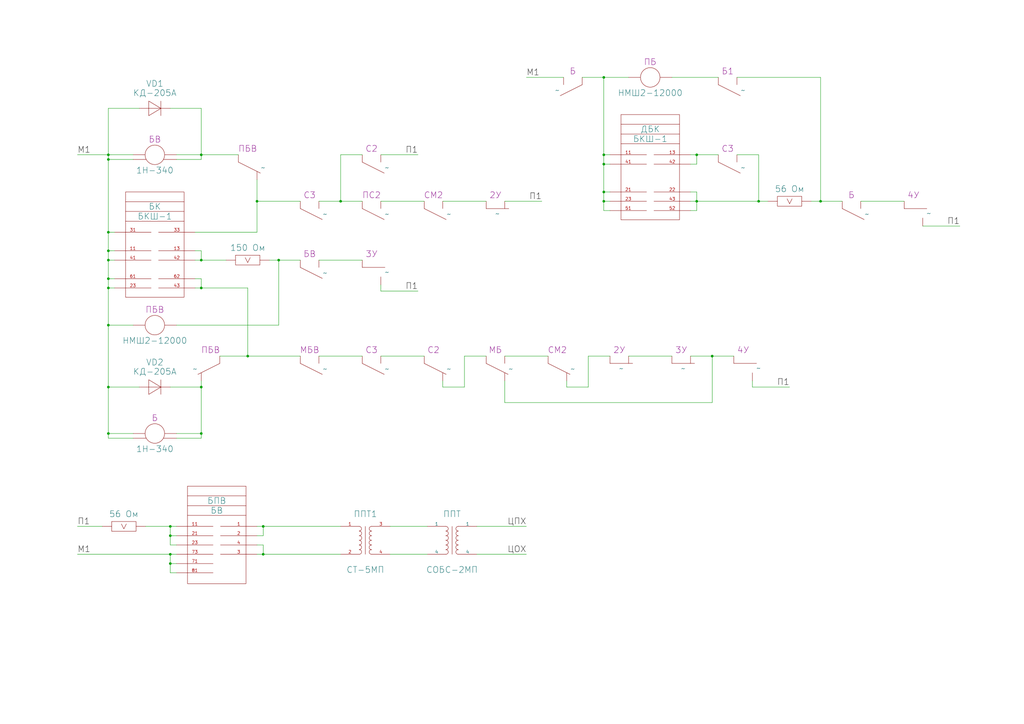
<source format=kicad_sch>
(kicad_sch (version 20231120) (generator "eeschema") (generator_version "8.0")
  (paper "A3")
  (title_block (title "Станция А") (company "МКТ РУТ (МИИТ)") (comment 1 "КП 27.02.03.03.000 ГЧ") (comment 2 "Сафранович") (comment 3 "Бузунова"))
  (lib_symbols
    (symbol "Blocks:БИП" (pin_names (offset 0) hide)
      (property "Reference" "БИП1" (at 0 10.51 0))
      (property "Value" "БВ" (at 0 6.51 0))
      (symbol "БИП_0_1"
        (rectangle (start -12 16.51) (end 12 -23.49))
        (polyline (pts (xy 12 4.51) (xy -12 4.51)))
        (polyline (pts (xy 12 8.51) (xy -12 8.51)))
        (polyline (pts (xy 12 12.51) (xy -12 12.51)))
      )
      (symbol "БИП_1_1"
        (pin bidirectional line (at -16.51 0 0) (length 15) (name "") (number "1"))
        (pin bidirectional line (at 16.51 0 180) (length 15) (name "") (number "11"))
        (pin bidirectional line (at -16.51 -3.81 0) (length 15) (name "") (number "2"))
        (pin bidirectional line (at 16.51 -3.81 180) (length 15) (name "") (number "21"))
        (pin bidirectional line (at 16.51 -7.62 180) (length 15) (name "") (number "23"))
        (pin bidirectional line (at -16.51 -11.43 0) (length 15) (name "") (number "3"))
        (pin bidirectional line (at -16.51 -7.62 0) (length 15) (name "") (number "4"))
        (pin bidirectional line (at 16.51 -15.24 180) (length 15) (name "") (number "71"))
        (pin bidirectional line (at 16.51 -11.43 180) (length 15) (name "") (number "73"))
        (pin bidirectional line (at 16.51 -19.05 180) (length 15) (name "") (number "81"))
      )
    )
    (symbol "Blocks:БК" (pin_names (offset 0) hide)
      (property "Reference" "БК" (at 0 10.52 0))
      (property "Value" "БКШ-1" (at 0 6.52 0))
      (symbol "БК_0_1"
        (rectangle (start -12 16.52) (end 12 -26.67))
        (polyline (pts (xy 12 4.52) (xy -12 4.52)))
        (polyline (pts (xy 12 8.52) (xy -12 8.52)))
        (polyline (pts (xy 12 12.52) (xy -12 12.52)))
      )
      (symbol "БК_1_1"
        (pin bidirectional line (at -16.51 -7.62 0) (length 15) (name "") (number "11"))
        (pin bidirectional line (at 16.51 -7.62 180) (length 15) (name "") (number "13"))
        (pin bidirectional line (at -16.51 -22.86 0) (length 15) (name "") (number "23"))
        (pin bidirectional line (at -16.51 0 0) (length 15) (name "") (number "31"))
        (pin bidirectional line (at 16.51 0 180) (length 15) (name "") (number "33"))
        (pin bidirectional line (at -16.51 -11.43 0) (length 15) (name "") (number "41"))
        (pin bidirectional line (at 16.51 -11.43 180) (length 15) (name "") (number "42"))
        (pin bidirectional line (at 16.51 -22.86 180) (length 15) (name "") (number "43"))
        (pin bidirectional line (at -16.51 -19.05 0) (length 15) (name "") (number "61"))
        (pin bidirectional line (at 16.51 -19.05 180) (length 15) (name "") (number "62"))
      )
    )
    (symbol "Blocks:СТ" (pin_numbers hide) (pin_names (offset 0))
      (property "Reference" "ППТ" (at 0 10.16 0))
      (property "Value" "СОБС-2МП" (at 0 -12.7 0))
      (symbol "СТ_0_1"
        (arc (start -2.54 -6.35) (mid -1.5736 -5.3975) (end -2.54 -4.445))
        (arc (start -2.54 -4.445) (mid -1.5736 -3.4925) (end -2.54 -2.54))
        (arc (start -2.54 -2.54) (mid -1.5736 -1.5875) (end -2.54 -0.635))
        (arc (start -2.54 -0.635) (mid -1.5048 0.3175) (end -2.54 1.27))
        (arc (start -2.54 1.27) (mid -1.5428 2.2225) (end -2.54 3.175))
        (arc (start -2.54 3.175) (mid -1.5875 4.1275) (end -2.54 5.08))
        (polyline (pts (xy 0 -6.35) (xy 0 5.08)))
        (arc (start 2.54 -4.445) (mid 1.5452 -5.3975) (end 2.54 -6.35))
        (arc (start 2.54 -2.54) (mid 1.5452 -3.4925) (end 2.54 -4.445))
        (arc (start 2.54 -0.635) (mid 1.4998 -1.5875) (end 2.54 -2.54))
        (arc (start 2.54 1.27) (mid 1.5736 0.3175) (end 2.54 -0.635))
        (arc (start 2.54 3.175) (mid 1.5875 2.2225) (end 2.54 1.27))
        (arc (start 2.54 5.08) (mid 1.5633 4.1275) (end 2.54 3.175))
      )
      (symbol "СТ_1_1"
        (pin passive line (at -10.16 5.08 0) (length 7.62) (name "1") (number "1"))
        (pin passive line (at -10.16 -6.35 0) (length 7.62) (name "4") (number "2"))
        (pin passive line (at 10.16 5.08 180) (length 7.62) (name "1") (number "3"))
        (pin passive line (at 10.16 -6.35 180) (length 7.62) (name "4") (number "7"))
      )
    )
    (symbol "Blocks:СТ-5МП" (pin_names (offset 1.016) hide)
      (property "Reference" "ППТ1" (at 0 10.16 0))
      (property "Value" "СТ-5МП" (at 0 -12.7 0))
      (symbol "СТ-5МП_0_1"
        (arc (start -2.54 -6.35) (mid -1.5736 -5.3975) (end -2.54 -4.445))
        (arc (start -2.54 -4.445) (mid -1.5736 -3.4925) (end -2.54 -2.54))
        (arc (start -2.54 -2.54) (mid -1.5736 -1.5875) (end -2.54 -0.635))
        (arc (start -2.54 -0.635) (mid -1.5048 0.3175) (end -2.54 1.27))
        (arc (start -2.54 1.27) (mid -1.5428 2.2225) (end -2.54 3.175))
        (arc (start -2.54 3.175) (mid -1.5875 4.1275) (end -2.54 5.08))
        (polyline (pts (xy 0 -6.35) (xy 0 5.08)))
        (arc (start 2.54 -4.445) (mid 1.5452 -5.3975) (end 2.54 -6.35))
        (arc (start 2.54 -2.54) (mid 1.5452 -3.4925) (end 2.54 -4.445))
        (arc (start 2.54 -0.635) (mid 1.4998 -1.5875) (end 2.54 -2.54))
        (arc (start 2.54 1.27) (mid 1.5736 0.3175) (end 2.54 -0.635))
        (arc (start 2.54 3.175) (mid 1.5875 2.2225) (end 2.54 1.27))
        (arc (start 2.54 5.08) (mid 1.5633 4.1275) (end 2.54 3.175))
      )
      (symbol "СТ-5МП_1_1"
        (pin passive line (at -10.16 5.08 0) (length 7.62) (name "AA") (number "1"))
        (pin passive line (at -10.16 -6.35 0) (length 7.62) (name "AB") (number "2"))
        (pin passive line (at 10.16 5.08 180) (length 7.62) (name "SB") (number "3"))
        (pin passive line (at 10.16 -6.35 180) (length 7.62) (name "SA") (number "4"))
      )
    )
    (symbol "Device_GOST:R_5W" (pin_numbers hide) (pin_names (offset 0) hide)
      (property "Reference" "R" (at 0 3.81 0))
      (property "Value" "R_5W" (at 0 -3.81 0))
      (symbol "R_5W_0_1"
        (rectangle (start -5.0038 2.0066) (end 5.0038 -2.0066))
        (polyline (pts (xy -1.016 1.016) (xy 0 -1.016)))
        (polyline (pts (xy 1.016 1.016) (xy 0 -1.016)))
      )
      (symbol "R_5W_1_1"
        (pin passive line (at -8.89 0 0) (length 3.8862) (name "~") (number "1"))
        (pin passive line (at 8.89 0 180) (length 3.8862) (name "~") (number "2"))
      )
    )
    (symbol "Device_GOST:VD" (pin_numbers hide) (pin_names (offset 0) hide)
      (property "Reference" "VD" (at 0 5.08 0))
      (symbol "VD_0_1"
        (polyline (pts (xy -2.54 0) (xy 2.54 0)))
        (polyline (pts (xy -2.4892 2.9972) (xy -2.4892 -2.9972)))
        (polyline (pts (xy -2.4892 0) (xy 2.4892 2.9972) (xy 2.4892 -2.9972) (xy -2.4892 0)))
      )
      (symbol "VD_1_1"
        (pin passive line (at -6.35 0 0) (length 3.81) (name "K") (number "1"))
        (pin passive line (at 6.35 0 180) (length 3.81) (name "A") (number "2"))
      )
    )
    (symbol "SCB_Relay:Контакт_нейтрального_якоря" (pin_numbers hide) (pin_names hide)
      (property "Обозначение реле" "Н" (at 0 2.54 0))
      (symbol "Контакт_нейтрального_якоря_0_1"
        (polyline (pts (xy -3.81 -3) (xy 5.19 -7.5)))
        (pin bidirectional line (at -3.81 0 270) (length 3) (name "") (number "1"))
      )
      (symbol "Контакт_нейтрального_якоря_1_1"
        (unit_name "Фронтовой-Тыловой")
        (pin bidirectional line (at 3.81 0 270) (length 3) (name "") (number "2"))
        (pin bidirectional line (at 3.81 -10.16 90) (length 3.3) (name "") (number "3"))
      )
      (symbol "Контакт_нейтрального_якоря_2_1"
        (unit_name "Тыловой")
        (pin bidirectional line (at 3.81 -10.16 90) (length 3.3) (name "") (number "3"))
      )
      (symbol "Контакт_нейтрального_якоря_3_1"
        (unit_name "Фронтовой")
        (pin bidirectional line (at 3.81 0 270) (length 3) (name "") (number "2"))
      )
      (symbol "Контакт_нейтрального_якоря_4_1"
        (unit_name "Усиленный перелючающий")
        (polyline (pts (xy 3.81 -10.16) (xy 7.62 -10.16)))
        (polyline (pts (xy 3.81 -8.89) (xy 5.715 -10.16)))
        (polyline (pts (xy 3.81 -6.858) (xy 3.81 -10.16)))
        (polyline (pts (xy 3.81 -1.27) (xy 5.715 0)))
        (polyline (pts (xy 3.81 0) (xy 3.81 -3)))
        (polyline (pts (xy 3.81 0) (xy 7.62 0)))
        (pin bidirectional line (at -3.81 0 270) (length 3) (name "") (number "1"))
        (pin bidirectional line (at 8.89 0 180) (length 2) (name "") (number "2"))
        (pin bidirectional line (at 8.89 -10.16 180) (length 2) (name "") (number "3"))
      )
      (symbol "Контакт_нейтрального_якоря_5_1"
        (unit_name "Усиленный замыкающий")
        (polyline (pts (xy 3.81 -1.27) (xy 5.715 0)))
        (polyline (pts (xy 3.81 0) (xy 3.81 -3)))
        (polyline (pts (xy 3.81 0) (xy 7.62 0)))
        (pin bidirectional line (at 8.89 0 180) (length 2) (name "") (number "2"))
      )
      (symbol "Контакт_нейтрального_якоря_6_1"
        (unit_name "Усиленный размыкающий")
        (polyline (pts (xy 3.81 -8.89) (xy 5.715 -10.16)))
        (polyline (pts (xy 3.81 -6.858) (xy 3.81 -10.16) (xy 6.985 -10.16)))
        (pin bidirectional line (at 8.89 -10.16 180) (length 2) (name "") (number "3"))
      )
      (symbol "Контакт_нейтрального_якоря_7_1"
        (unit_name "С магнитным гашением")
        (polyline (pts (xy 11.43 0) (xy 3.81 0) (xy 3.81 -3)))
        (polyline (pts (xy 3.81 0) (xy 5.5 1) (xy 8.5 -1) (xy 10 0)))
        (pin bidirectional line (at 12.7 0 180) (length 2) (name "") (number "2"))
        (pin bidirectional line (at 3.81 -10.16 90) (length 3.3) (name "") (number "3"))
      )
      (symbol "Контакт_нейтрального_якоря_8_1"
        (unit_name "С безобрывным переключением")
        (arc (start 5.5 -7.5) (mid 6.5355 -5) (end 5.5 -2.5))
        (pin bidirectional line (at 3.81 0 270) (length 3) (name "") (number "2"))
        (pin bidirectional line (at 3.81 -10.16 90) (length 3.3) (name "") (number "3"))
      )
      (symbol "Контакт_нейтрального_якоря_9_1"
        (unit_name "Фронтовой-тыловой термолемента")
        (polyline (pts (xy -3.5 -4.5) (xy -2.5 -5) (xy -2.25 -4.5)))
        (polyline (pts (xy 1.25 -6.5) (xy 1 -7) (xy 2 -7.5)))
        (arc (start 1.25 -6.5) (mid 0.5225 -3.7106) (end -2.25 -4.5))
        (pin bidirectional line (at 3.81 0 270) (length 3) (name "") (number "2"))
        (pin bidirectional line (at 3.81 -10.16 90) (length 3.3) (name "") (number "3"))
      )
      (symbol "Контакт_нейтрального_якоря_10_1"
        (unit_name "Тыловой термолемента")
        (polyline (pts (xy -3.5 -4.5) (xy -2.5 -5) (xy -2.25 -4.5)))
        (polyline (pts (xy 1.25 -6.5) (xy 1 -7) (xy 2 -7.5)))
        (arc (start 1.25 -6.5) (mid 0.5225 -3.7106) (end -2.25 -4.5))
        (pin bidirectional line (at 3.81 -10.16 90) (length 3.3) (name "") (number "3"))
      )
      (symbol "Контакт_нейтрального_якоря_11_1"
        (unit_name "Фронтовой термолемента")
        (polyline (pts (xy -3.5 -4.5) (xy -2.5 -5) (xy -2.25 -4.5)))
        (polyline (pts (xy 1.25 -6.5) (xy 1 -7) (xy 2 -7.5)))
        (arc (start 1.25 -6.5) (mid 0.5225 -3.7106) (end -2.25 -4.5))
        (pin bidirectional line (at 3.81 0 270) (length 3) (name "") (number "2"))
      )
    )
    (symbol "SCB_Relay:Контакт_нейтрального_якоря_НЗ" (pin_numbers hide) (pin_names hide)
      (property "Обозначение реле" "Н" (at 0 2.54 0))
      (symbol "Контакт_нейтрального_якоря_НЗ_0_1"
        (polyline (pts (xy -3.81 -3) (xy 5.5 -3)))
        (pin bidirectional line (at -3.81 0 270) (length 3) (name "") (number "1"))
      )
      (symbol "Контакт_нейтрального_якоря_НЗ_1_1"
        (unit_name "Фронтовой-Тыловой")
        (pin bidirectional line (at 3.81 0 270) (length 3) (name "") (number "2"))
        (pin bidirectional line (at 3.81 -10.16 90) (length 3.3) (name "") (number "3"))
      )
      (symbol "Контакт_нейтрального_якоря_НЗ_2_1"
        (unit_name "Тыловой")
        (pin bidirectional line (at 3.81 -10.16 90) (length 3.3) (name "") (number "3"))
      )
      (symbol "Контакт_нейтрального_якоря_НЗ_3_1"
        (unit_name "Фронтовой")
        (pin bidirectional line (at 3.81 0 270) (length 3) (name "") (number "2"))
      )
      (symbol "Контакт_нейтрального_якоря_НЗ_4_1"
        (unit_name "Усиленный перелючающий")
        (polyline (pts (xy 3.81 -10.16) (xy 7.62 -10.16)))
        (polyline (pts (xy 3.81 -8.89) (xy 5.715 -10.16)))
        (polyline (pts (xy 3.81 -6.858) (xy 3.81 -10.16)))
        (polyline (pts (xy 3.81 -1.27) (xy 5.715 0)))
        (polyline (pts (xy 3.81 0) (xy 3.81 -3)))
        (polyline (pts (xy 3.81 0) (xy 7.62 0)))
        (pin bidirectional line (at -3.81 0 270) (length 3) (name "") (number "1"))
        (pin bidirectional line (at 8.89 0 180) (length 2) (name "") (number "2"))
        (pin bidirectional line (at 8.89 -10.16 180) (length 2) (name "") (number "3"))
      )
      (symbol "Контакт_нейтрального_якоря_НЗ_5_1"
        (unit_name "Усиленный замыкающий")
        (polyline (pts (xy 3.81 -1.27) (xy 5.715 0)))
        (polyline (pts (xy 3.81 0) (xy 3.81 -3)))
        (polyline (pts (xy 3.81 0) (xy 7.62 0)))
        (pin bidirectional line (at 8.89 0 180) (length 2) (name "") (number "2"))
      )
      (symbol "Контакт_нейтрального_якоря_НЗ_6_1"
        (unit_name "Усиленный размыкающий")
        (polyline (pts (xy 3.81 -8.89) (xy 5.715 -10.16)))
        (polyline (pts (xy 3.81 -6.858) (xy 3.81 -10.16) (xy 6.985 -10.16)))
        (pin bidirectional line (at 8.89 -10.16 180) (length 2) (name "") (number "3"))
      )
      (symbol "Контакт_нейтрального_якоря_НЗ_7_1"
        (unit_name "С магнитным гашением")
        (polyline (pts (xy 11.43 0) (xy 3.81 0) (xy 3.81 -3)))
        (polyline (pts (xy 3.81 0) (xy 5.5 1) (xy 8.5 -1) (xy 10 0)))
        (pin bidirectional line (at 12.7 0 180) (length 2) (name "") (number "2"))
        (pin bidirectional line (at 3.81 -10.16 90) (length 3.3) (name "") (number "3"))
      )
      (symbol "Контакт_нейтрального_якоря_НЗ_8_1"
        (unit_name "С безобрывным переключением")
        (arc (start 5.5 -7.5) (mid 6.5355 -5) (end 5.5 -2.5))
        (pin bidirectional line (at 3.81 0 270) (length 3) (name "") (number "2"))
        (pin bidirectional line (at 3.81 -10.16 90) (length 3.3) (name "") (number "3"))
      )
    )
    (symbol "SCB_Relay:Нейтральное" (pin_numbers hide) (pin_names (offset 0.002) hide)
      (property "Value" "НМШ" (at 0 -6.35 0))
      (property "Обозначение реле" "Н" (at 0 6.35 0))
      (symbol "Нейтральное_0_1"
        (circle (center 0 0) (radius 4))
      )
      (symbol "Нейтральное_1_1"
        (unit_name "Общее")
        (pin power_in line (at -8.89 0 0) (length 4.8) (name "") (number "1"))
        (pin power_in line (at 8.89 0 180) (length 4.8) (name "") (number "4"))
      )
      (symbol "Нейтральное_2_1"
        (unit_name "С раздельными")
        (pin power_in line (at -8.89 0 0) (length 4.8) (name "") (number "1"))
        (pin power_in line (at -8.89 -1.905 0) (length 5.3) (name "") (number "2"))
        (pin power_in line (at 8.89 0 180) (length 4.8) (name "") (number "3"))
        (pin power_in line (at 8.89 -1.905 180) (length 5.3) (name "") (number "4"))
      )
    )
    (symbol "БК_1" (pin_names (offset 0) hide)
      (property "Reference" "ДБК" (at 0 10.52 0))
      (property "Value" "БКШ-1" (at 0 6.52 0))
      (symbol "БК_1_0_1"
        (rectangle (start -12 16.52) (end 12 -26.67))
        (polyline (pts (xy 12 4.52) (xy -12 4.52)))
        (polyline (pts (xy 12 8.52) (xy -12 8.52)))
        (polyline (pts (xy 12 12.52) (xy -12 12.52)))
      )
      (symbol "БК_1_1_1"
        (pin bidirectional line (at -16.51 0 0) (length 15) (name "") (number "11"))
        (pin bidirectional line (at 16.51 0 180) (length 15) (name "") (number "13"))
        (pin bidirectional line (at -16.51 -15.24 0) (length 15) (name "") (number "21"))
        (pin bidirectional line (at 16.51 -15.24 180) (length 15) (name "") (number "22"))
        (pin bidirectional line (at -16.51 -19.05 0) (length 15) (name "") (number "23"))
        (pin bidirectional line (at -16.51 -3.81 0) (length 15) (name "") (number "41"))
        (pin bidirectional line (at 16.51 -3.81 180) (length 15) (name "") (number "42"))
        (pin bidirectional line (at 16.51 -19.05 180) (length 15) (name "") (number "43"))
        (pin bidirectional line (at -16.51 -22.86 0) (length 15) (name "") (number "51"))
        (pin bidirectional line (at 16.51 -22.86 180) (length 15) (name "") (number "52"))
      )
    )
  )
  (junction (at 247.65 78.74))
  (junction (at 82.55 106.68))
  (junction (at 44.45 106.68))
  (junction (at 247.65 31.75))
  (junction (at 44.45 177.8))
  (junction (at 44.45 65.405))
  (junction (at 311.15 82.55))
  (junction (at 105.41 82.55))
  (junction (at 139.7 82.55))
  (junction (at 247.65 63.5))
  (junction (at 69.85 227.33))
  (junction (at 107.95 227.33))
  (junction (at 82.55 63.5))
  (junction (at 44.45 102.87))
  (junction (at 44.45 133.35))
  (junction (at 285.75 82.55))
  (junction (at 44.45 95.25))
  (junction (at 69.85 219.71))
  (junction (at 69.85 215.9))
  (junction (at 44.45 118.11))
  (junction (at 82.55 177.8))
  (junction (at 285.75 63.5))
  (junction (at 69.85 231.14))
  (junction (at 247.65 82.55))
  (junction (at 82.55 118.11))
  (junction (at 247.65 67.31))
  (junction (at 44.45 158.75))
  (junction (at 336.55 82.55))
  (junction (at 292.1 146.05))
  (junction (at 44.45 63.5))
  (junction (at 114.3 106.68))
  (junction (at 107.95 215.9))
  (junction (at 101.6 146.05))
  (junction (at 44.45 114.3))
  (junction (at 82.55 158.75))
  (wire (pts (xy 31.75 63.5) (xy 44.45 63.5)))
  (wire (pts (xy 160.02 215.9) (xy 175.26 215.9)))
  (wire (pts (xy 250.19 78.74) (xy 247.65 78.74)))
  (wire (pts (xy 82.55 118.11) (xy 101.6 118.11)))
  (wire (pts (xy 195.58 227.33) (xy 215.9 227.33)))
  (wire (pts (xy 82.55 102.87) (xy 82.55 106.68)))
  (wire (pts (xy 44.45 106.68) (xy 44.45 114.3)))
  (wire (pts (xy 378.46 92.71) (xy 393.7 92.71)))
  (wire (pts (xy 31.75 227.33) (xy 69.85 227.33)))
  (wire (pts (xy 82.55 106.68) (xy 92.71 106.68)))
  (wire (pts (xy 44.45 158.75) (xy 57.15 158.75)))
  (wire (pts (xy 107.95 215.9) (xy 139.7 215.9)))
  (wire (pts (xy 285.75 63.5) (xy 294.64 63.5)))
  (wire (pts (xy 82.55 63.5) (xy 97.79 63.5)))
  (wire (pts (xy 54.61 177.8) (xy 44.45 177.8)))
  (wire (pts (xy 139.7 63.5) (xy 148.59 63.5)))
  (wire (pts (xy 105.41 73.66) (xy 105.41 82.55)))
  (wire (pts (xy 181.61 82.55) (xy 199.39 82.55)))
  (wire (pts (xy 311.15 63.5) (xy 311.15 82.55)))
  (wire (pts (xy 69.85 215.9) (xy 69.85 219.71)))
  (wire (pts (xy 195.58 215.9) (xy 215.9 215.9)))
  (wire (pts (xy 82.55 65.405) (xy 82.55 63.5)))
  (wire (pts (xy 302.26 63.5) (xy 311.15 63.5)))
  (wire (pts (xy 232.41 158.75) (xy 241.3 158.75)))
  (wire (pts (xy 130.81 146.05) (xy 148.59 146.05)))
  (wire (pts (xy 114.3 106.68) (xy 123.19 106.68)))
  (wire (pts (xy 69.85 231.14) (xy 72.39 231.14)))
  (wire (pts (xy 69.85 158.75) (xy 82.55 158.75)))
  (wire (pts (xy 156.21 82.55) (xy 173.99 82.55)))
  (wire (pts (xy 82.55 44.45) (xy 82.55 63.5)))
  (wire (pts (xy 82.55 114.3) (xy 82.55 118.11)))
  (wire (pts (xy 107.95 219.71) (xy 107.95 215.9)))
  (wire (pts (xy 257.81 146.05) (xy 275.59 146.05)))
  (wire (pts (xy 107.95 227.33) (xy 107.95 223.52)))
  (wire (pts (xy 207.01 82.55) (xy 222.25 82.55)))
  (wire (pts (xy 44.45 65.405) (xy 44.45 95.25)))
  (wire (pts (xy 44.45 133.35) (xy 44.45 158.75)))
  (wire (pts (xy 241.3 158.75) (xy 241.3 146.05)))
  (wire (pts (xy 57.15 44.45) (xy 44.45 44.45)))
  (wire (pts (xy 110.49 106.68) (xy 114.3 106.68)))
  (wire (pts (xy 283.21 67.31) (xy 285.75 67.31)))
  (wire (pts (xy 285.75 82.55) (xy 311.15 82.55)))
  (wire (pts (xy 44.45 106.68) (xy 46.99 106.68)))
  (wire (pts (xy 336.55 31.75) (xy 336.55 82.55)))
  (wire (pts (xy 44.45 95.25) (xy 44.45 102.87)))
  (wire (pts (xy 44.45 63.5) (xy 54.61 63.5)))
  (wire (pts (xy 160.02 227.33) (xy 175.26 227.33)))
  (wire (pts (xy 139.7 63.5) (xy 139.7 82.55)))
  (wire (pts (xy 101.6 118.11) (xy 101.6 146.05)))
  (wire (pts (xy 44.45 114.3) (xy 46.99 114.3)))
  (wire (pts (xy 82.55 177.8) (xy 82.55 158.75)))
  (wire (pts (xy 46.99 95.25) (xy 44.45 95.25)))
  (wire (pts (xy 292.1 165.1) (xy 292.1 146.05)))
  (wire (pts (xy 82.55 179.705) (xy 72.39 179.705)))
  (wire (pts (xy 285.75 78.74) (xy 285.75 82.55)))
  (wire (pts (xy 59.69 215.9) (xy 69.85 215.9)))
  (wire (pts (xy 190.5 146.05) (xy 199.39 146.05)))
  (wire (pts (xy 69.85 223.52) (xy 72.39 223.52)))
  (wire (pts (xy 156.21 63.5) (xy 171.45 63.5)))
  (wire (pts (xy 107.95 215.9) (xy 105.41 215.9)))
  (wire (pts (xy 250.19 67.31) (xy 247.65 67.31)))
  (wire (pts (xy 82.55 156.21) (xy 82.55 158.75)))
  (wire (pts (xy 283.21 78.74) (xy 285.75 78.74)))
  (wire (pts (xy 308.61 158.75) (xy 323.85 158.75)))
  (wire (pts (xy 31.75 215.9) (xy 41.91 215.9)))
  (wire (pts (xy 250.19 86.36) (xy 247.65 86.36)))
  (wire (pts (xy 69.85 234.95) (xy 72.39 234.95)))
  (wire (pts (xy 44.45 102.87) (xy 44.45 106.68)))
  (wire (pts (xy 54.61 133.35) (xy 44.45 133.35)))
  (wire (pts (xy 107.95 223.52) (xy 105.41 223.52)))
  (wire (pts (xy 72.39 65.405) (xy 82.55 65.405)))
  (wire (pts (xy 247.65 82.55) (xy 247.65 78.74)))
  (wire (pts (xy 232.41 156.21) (xy 232.41 158.75)))
  (wire (pts (xy 308.61 156.21) (xy 308.61 158.75)))
  (wire (pts (xy 90.17 146.05) (xy 101.6 146.05)))
  (wire (pts (xy 353.06 82.55) (xy 370.84 82.55)))
  (wire (pts (xy 107.95 227.33) (xy 139.7 227.33)))
  (wire (pts (xy 283.21 146.05) (xy 292.1 146.05)))
  (wire (pts (xy 148.59 82.55) (xy 139.7 82.55)))
  (wire (pts (xy 54.61 179.705) (xy 44.45 179.705)))
  (wire (pts (xy 72.39 227.33) (xy 69.85 227.33)))
  (wire (pts (xy 130.81 106.68) (xy 148.59 106.68)))
  (wire (pts (xy 123.19 82.55) (xy 105.41 82.55)))
  (wire (pts (xy 72.39 133.35) (xy 114.3 133.35)))
  (wire (pts (xy 80.01 102.87) (xy 82.55 102.87)))
  (wire (pts (xy 44.45 118.11) (xy 44.45 133.35)))
  (wire (pts (xy 46.99 102.87) (xy 44.45 102.87)))
  (wire (pts (xy 69.85 231.14) (xy 69.85 234.95)))
  (wire (pts (xy 247.65 67.31) (xy 247.65 63.5)))
  (wire (pts (xy 285.75 86.36) (xy 283.21 86.36)))
  (wire (pts (xy 207.01 165.1) (xy 292.1 165.1)))
  (wire (pts (xy 105.41 219.71) (xy 107.95 219.71)))
  (wire (pts (xy 44.45 65.405) (xy 54.61 65.405)))
  (wire (pts (xy 82.55 177.8) (xy 82.55 179.705)))
  (wire (pts (xy 156.21 146.05) (xy 173.99 146.05)))
  (wire (pts (xy 207.01 146.05) (xy 224.79 146.05)))
  (wire (pts (xy 80.01 95.25) (xy 105.41 95.25)))
  (wire (pts (xy 69.85 219.71) (xy 72.39 219.71)))
  (wire (pts (xy 69.85 227.33) (xy 69.85 231.14)))
  (wire (pts (xy 190.5 158.75) (xy 190.5 146.05)))
  (wire (pts (xy 285.75 82.55) (xy 285.75 86.36)))
  (wire (pts (xy 181.61 158.75) (xy 190.5 158.75)))
  (wire (pts (xy 114.3 133.35) (xy 114.3 106.68)))
  (wire (pts (xy 72.39 177.8) (xy 82.55 177.8)))
  (wire (pts (xy 292.1 146.05) (xy 300.99 146.05)))
  (wire (pts (xy 247.65 63.5) (xy 250.19 63.5)))
  (wire (pts (xy 156.21 116.84) (xy 156.21 119.38)))
  (wire (pts (xy 80.01 118.11) (xy 82.55 118.11)))
  (wire (pts (xy 130.81 82.55) (xy 139.7 82.55)))
  (wire (pts (xy 156.21 119.38) (xy 171.45 119.38)))
  (wire (pts (xy 311.15 82.55) (xy 314.96 82.55)))
  (wire (pts (xy 80.01 114.3) (xy 82.55 114.3)))
  (wire (pts (xy 44.45 177.8) (xy 44.45 179.705)))
  (wire (pts (xy 44.45 114.3) (xy 44.45 118.11)))
  (wire (pts (xy 285.75 67.31) (xy 285.75 63.5)))
  (wire (pts (xy 336.55 82.55) (xy 345.44 82.55)))
  (wire (pts (xy 283.21 63.5) (xy 285.75 63.5)))
  (wire (pts (xy 69.85 44.45) (xy 82.55 44.45)))
  (wire (pts (xy 44.45 118.11) (xy 46.99 118.11)))
  (wire (pts (xy 283.21 82.55) (xy 285.75 82.55)))
  (wire (pts (xy 275.59 31.75) (xy 294.64 31.75)))
  (wire (pts (xy 105.41 95.25) (xy 105.41 82.55)))
  (wire (pts (xy 247.65 31.75) (xy 247.65 63.5)))
  (wire (pts (xy 44.45 63.5) (xy 44.45 65.405)))
  (wire (pts (xy 72.39 63.5) (xy 82.55 63.5)))
  (wire (pts (xy 105.41 227.33) (xy 107.95 227.33)))
  (wire (pts (xy 44.45 158.75) (xy 44.45 177.8)))
  (wire (pts (xy 241.3 146.05) (xy 250.19 146.05)))
  (wire (pts (xy 247.65 86.36) (xy 247.65 82.55)))
  (wire (pts (xy 247.65 31.75) (xy 257.81 31.75)))
  (wire (pts (xy 238.76 31.75) (xy 247.65 31.75)))
  (wire (pts (xy 247.65 78.74) (xy 247.65 67.31)))
  (wire (pts (xy 181.61 156.21) (xy 181.61 158.75)))
  (wire (pts (xy 69.85 219.71) (xy 69.85 223.52)))
  (wire (pts (xy 247.65 82.55) (xy 250.19 82.55)))
  (wire (pts (xy 44.45 44.45) (xy 44.45 63.5)))
  (wire (pts (xy 207.01 156.21) (xy 207.01 165.1)))
  (wire (pts (xy 231.14 31.75) (xy 215.9 31.75)))
  (wire (pts (xy 82.55 106.68) (xy 80.01 106.68)))
  (wire (pts (xy 336.55 82.55) (xy 332.74 82.55)))
  (wire (pts (xy 302.26 31.75) (xy 336.55 31.75)))
  (wire (pts (xy 72.39 215.9) (xy 69.85 215.9)))
  (wire (pts (xy 101.6 146.05) (xy 123.19 146.05)))
  (label "ЦОХ" (at 215.9 227.33 180) (effects (font (size 2.5 2.5))) (property "Netclass" "Цепь" (effects (hide yes))))
  (label "М1" (at 31.75 63.5 0) (effects (font (size 2.5 2.5))) (property "Netclass" "Цепь" (effects (hide yes))))
  (label "П1" (at 222.25 82.55 180) (effects (font (size 2.5 2.5))) (property "Netclass" "Цепь" (effects (hide yes))))
  (label "М1" (at 31.75 227.33 0) (effects (font (size 2.5 2.5))) (property "Netclass" "Цепь" (effects (hide yes))))
  (label "П1" (at 393.7 92.71 180) (effects (font (size 2.5 2.5))) (property "Netclass" "Цепь" (effects (hide yes))))
  (label "ЦПХ" (at 215.9 215.9 180) (effects (font (size 2.5 2.5))) (property "Netclass" "Цепь" (effects (hide yes))))
  (label "П1" (at 171.45 119.38 180) (effects (font (size 2.5 2.5))) (property "Netclass" "Цепь" (effects (hide yes))))
  (label "П1" (at 323.85 158.75 180) (effects (font (size 2.5 2.5))) (property "Netclass" "Цепь" (effects (hide yes))))
  (label "П1" (at 171.45 63.5 180) (effects (font (size 2.5 2.5))) (property "Netclass" "Цепь" (effects (hide yes))))
  (label "П1" (at 31.75 215.9 0) (effects (font (size 2.5 2.5))) (property "Netclass" "Цепь" (effects (hide yes))))
  (label "М1" (at 215.9 31.75 0) (effects (font (size 2.5 2.5))) (property "Netclass" "Цепь" (effects (hide yes))))
  (symbol (lib_name "SCB_Relay:Контакт_нейтрального_якоря") (lib_id "SCB_Relay:Контакт_нейтрального_якоря") (at 152.4 146.05 0) (unit 3)
    (property "Reference" "Н1111" (effects (hide yes)))
    (property "Value" "~" (at 158.75 151.3 0) (effects (font (size 2.5 2.5))))
    (property "Обозначение реле" "С3" (at 152.4 143.51 0) (effects (font (size 2.5 2.5))))
  )
  (symbol (lib_name "SCB_Relay:Контакт_нейтрального_якоря_НЗ") (lib_id "SCB_Relay:Контакт_нейтрального_якоря_НЗ") (at 279.4 146.05 0) (unit 3)
    (property "Reference" "Н111" (effects (hide yes)))
    (property "Value" "~" (at 280.245 151.13 0) (effects (font (size 2.5 2.5))))
    (property "Обозначение реле" "3У" (at 279.4 143.51 0) (effects (font (size 2.5 2.5))))
  )
  (symbol (lib_name "SCB_Relay:Контакт_нейтрального_якоря") (lib_id "SCB_Relay:Контакт_нейтрального_якоря") (at 298.45 63.5 0) (unit 3)
    (property "Reference" "Н11111" (effects (hide yes)))
    (property "Value" "~" (at 304.8 68.75 0) (effects (font (size 2.5 2.5))))
    (property "Обозначение реле" "С3" (at 298.45 60.96 0) (effects (font (size 2.5 2.5))))
  )
  (symbol (lib_id "SCB_Relay:Нейтральное") (at 63.5 63.5 0) (unit 2)
    (property "Reference" "Н1" (effects (hide yes)))
    (property "Value" "1Н-340" (at 63.5 69.85 0) (effects (font (size 2.5 2.5))))
    (property "Обозначение реле" "БВ" (at 63.5 57.15 0) (effects (font (size 2.5 2.5))))
  )
  (symbol (lib_name "SCB_Relay:Контакт_нейтрального_якоря") (lib_id "SCB_Relay:Контакт_нейтрального_якоря") (at 349.25 82.55 0) (unit 3)
    (property "Reference" "Н11111" (effects (hide yes)))
    (property "Value" "~" (at 355.6 87.8 0) (effects (font (size 2.5 2.5))))
    (property "Обозначение реле" "Б" (at 349.25 80.01 0) (effects (font (size 2.5 2.5))))
  )
  (symbol (lib_name "SCB_Relay:Контакт_нейтрального_якоря") (lib_id "SCB_Relay:Контакт_нейтрального_якоря") (at 127 106.68 0) (unit 3)
    (property "Reference" "Н11" (effects (hide yes)))
    (property "Value" "~" (at 133.35 111.93 0) (effects (font (size 2.5 2.5))))
    (property "Обозначение реле" "БВ" (at 127 104.14 0) (effects (font (size 2.5 2.5))))
  )
  (symbol (lib_id "Device_GOST:VD") (at 63.5 44.45 0) (mirror y) (unit 1)
    (property "Reference" "VD1" (at 63.5 34.29 0) (effects (font (size 2.5 2.5))))
    (property "Value" "КД-205А" (at 63.5 38.1 0) (effects (font (size 2.5 2.5))))
  )
  (symbol (lib_name "SCB_Relay:Контакт_нейтрального_якоря") (lib_id "SCB_Relay:Контакт_нейтрального_якоря") (at 127 82.55 0) (unit 3)
    (property "Reference" "Н1" (effects (hide yes)))
    (property "Value" "~" (at 133.35 87.8 0) (effects (font (size 2.5 2.5))))
    (property "Обозначение реле" "С3" (at 127 80.01 0) (effects (font (size 2.5 2.5))))
  )
  (symbol (lib_name "SCB_Relay:Контакт_нейтрального_якоря_НЗ") (lib_id "SCB_Relay:Контакт_нейтрального_якоря_НЗ") (at 374.65 82.55 0) (unit 2)
    (property "Reference" "Н1111" (effects (hide yes)))
    (property "Value" "~" (at 381 87.48 0) (effects (font (size 2.5 2.5))))
    (property "Обозначение реле" "4У" (at 374.65 80.01 0) (effects (font (size 2.5 2.5))))
  )
  (symbol (lib_name "SCB_Relay:Контакт_нейтрального_якоря") (lib_id "SCB_Relay:Контакт_нейтрального_якоря") (at 152.4 82.55 0) (unit 3)
    (property "Reference" "Н111" (effects (hide yes)))
    (property "Value" "~" (at 158.75 87.8 0) (effects (font (size 2.5 2.5))))
    (property "Обозначение реле" "ПС2" (at 152.4 80.01 0) (effects (font (size 2.5 2.5))))
  )
  (symbol (lib_id "Device_GOST:VD") (at 63.5 158.75 0) (mirror y) (unit 1)
    (property "Reference" "VD2" (at 63.5 148.59 0) (effects (font (size 2.5 2.5))))
    (property "Value" "КД-205А" (at 63.5 152.4 0) (effects (font (size 2.5 2.5))))
  )
  (symbol (lib_name "SCB_Relay:Контакт_нейтрального_якоря") (lib_id "SCB_Relay:Контакт_нейтрального_якоря") (at 101.6 63.5 0) (unit 2)
    (property "Reference" "Н1" (effects (hide yes)))
    (property "Value" "~" (at 107.95 68.75 0) (effects (font (size 2.5 2.5))))
    (property "Обозначение реле" "ПБВ" (at 101.6 60.96 0) (effects (font (size 2.5 2.5))))
  )
  (symbol (lib_id "SCB_Relay:Нейтральное") (at 63.5 133.35 0) (unit 1)
    (property "Reference" "Н11" (effects (hide yes)))
    (property "Value" "НМШ2-12000" (at 63.5 139.7 0) (effects (font (size 2.5 2.5))))
    (property "Обозначение реле" "ПБВ" (at 63.5 127 0) (effects (font (size 2.5 2.5))))
  )
  (symbol (lib_id "Device_GOST:R_5W") (at 50.8 215.9 0) (mirror y) (unit 1)
    (property "Reference" "R19" (effects (hide yes)))
    (property "Value" "56 Ом" (at 50.8 210.82 0) (effects (font (size 2.5 2.5))))
  )
  (symbol (lib_name "БК_1") (lib_id "Blocks:БК") (at 266.7 63.5 0) (unit 1)
    (property "Reference" "ДБК" (at 266.7 52.98 0) (effects (font (size 2.5 2.5))))
    (property "Value" "БКШ-1" (at 266.7 56.98 0) (effects (font (size 2.5 2.5))))
  )
  (symbol (lib_name "SCB_Relay:Контакт_нейтрального_якоря") (lib_id "SCB_Relay:Контакт_нейтрального_якоря") (at 228.6 146.05 0) (unit 2)
    (property "Reference" "Н11" (effects (hide yes)))
    (property "Value" "~" (at 234.95 151.3 0) (effects (font (size 2.5 2.5))))
    (property "Обозначение реле" "СМ2" (at 228.6 143.51 0) (effects (font (size 2.5 2.5))))
  )
  (symbol (lib_name "SCB_Relay:Контакт_нейтрального_якоря") (lib_id "SCB_Relay:Контакт_нейтрального_якоря") (at 177.8 82.55 0) (unit 3)
    (property "Reference" "Н1111" (effects (hide yes)))
    (property "Value" "~" (at 184.15 87.8 0) (effects (font (size 2.5 2.5))))
    (property "Обозначение реле" "СМ2" (at 177.8 80.01 0) (effects (font (size 2.5 2.5))))
  )
  (symbol (lib_name "SCB_Relay:Контакт_нейтрального_якоря_НЗ") (lib_id "SCB_Relay:Контакт_нейтрального_якоря_НЗ") (at 254 146.05 0) (unit 3)
    (property "Reference" "Н111" (effects (hide yes)))
    (property "Value" "~" (at 254.845 151.13 0) (effects (font (size 2.5 2.5))))
    (property "Обозначение реле" "2У" (at 254 143.51 0) (effects (font (size 2.5 2.5))))
  )
  (symbol (lib_name "SCB_Relay:Контакт_нейтрального_якоря") (lib_id "SCB_Relay:Контакт_нейтрального_якоря") (at 177.8 146.05 0) (unit 2)
    (property "Reference" "Н11" (effects (hide yes)))
    (property "Value" "~" (at 184.15 151.3 0) (effects (font (size 2.5 2.5))))
    (property "Обозначение реле" "С2" (at 177.8 143.51 0) (effects (font (size 2.5 2.5))))
  )
  (symbol (lib_id "Device_GOST:R_5W") (at 101.6 106.68 0) (mirror y) (unit 1)
    (property "Reference" "R18" (effects (hide yes)))
    (property "Value" "150 Ом" (at 101.6 101.6 0) (effects (font (size 2.5 2.5))))
  )
  (symbol (lib_id "Blocks:СТ") (at 185.42 220.98 0) (unit 1)
    (property "Reference" "ППТ" (at 185.42 210.82 0) (effects (font (size 2.5 2.5))))
    (property "Value" "СОБС-2МП" (at 185.42 233.68 0) (effects (font (size 2.5 2.5))))
  )
  (symbol (lib_name "SCB_Relay:Контакт_нейтрального_якоря_НЗ") (lib_id "SCB_Relay:Контакт_нейтрального_якоря_НЗ") (at 203.2 82.55 0) (unit 3)
    (property "Reference" "Н11" (effects (hide yes)))
    (property "Value" "~" (at 204.045 87.63 0) (effects (font (size 2.5 2.5))))
    (property "Обозначение реле" "2У" (at 203.2 80.01 0) (effects (font (size 2.5 2.5))))
  )
  (symbol (lib_name "SCB_Relay:Контакт_нейтрального_якоря_НЗ") (lib_id "SCB_Relay:Контакт_нейтрального_якоря_НЗ") (at 304.8 146.05 0) (unit 2)
    (property "Reference" "Н111" (effects (hide yes)))
    (property "Value" "~" (at 311.15 150.98 0) (effects (font (size 2.5 2.5))))
    (property "Обозначение реле" "4У" (at 304.8 143.51 0) (effects (font (size 2.5 2.5))))
  )
  (symbol (lib_name "SCB_Relay:Контакт_нейтрального_якоря") (lib_id "SCB_Relay:Контакт_нейтрального_якоря") (at 298.45 31.75 0) (unit 3)
    (property "Reference" "Н1111" (effects (hide yes)))
    (property "Value" "~" (at 304.8 37 0) (effects (font (size 2.5 2.5))))
    (property "Обозначение реле" "Б1" (at 298.45 29.21 0) (effects (font (size 2.5 2.5))))
  )
  (symbol (lib_id "Blocks:БК") (at 63.5 95.25 0) (unit 1)
    (property "Reference" "БК" (at 63.5 84.73 0) (effects (font (size 2.5 2.5))))
    (property "Value" "БКШ-1" (at 63.5 88.73 0) (effects (font (size 2.5 2.5))))
  )
  (symbol (lib_id "Blocks:СТ-5МП") (at 149.86 220.98 0) (unit 1)
    (property "Reference" "ППТ1" (at 149.86 210.82 0) (effects (font (size 2.5 2.5))))
    (property "Value" "СТ-5МП" (at 149.86 233.68 0) (effects (font (size 2.5 2.5))))
  )
  (symbol (lib_name "SCB_Relay:Контакт_нейтрального_якоря") (lib_id "SCB_Relay:Контакт_нейтрального_якоря") (at 86.36 146.05 0) (mirror y) (unit 2)
    (property "Reference" "Н11" (effects (hide yes)))
    (property "Value" "~" (at 80.01 151.3 0) (effects (font (size 2.5 2.5))))
    (property "Обозначение реле" "ПБВ" (at 86.36 143.51 0) (effects (font (size 2.5 2.5))))
  )
  (symbol (lib_name "SCB_Relay:Контакт_нейтрального_якоря") (lib_id "SCB_Relay:Контакт_нейтрального_якоря") (at 203.2 146.05 0) (unit 1)
    (property "Reference" "Н11" (effects (hide yes)))
    (property "Value" "~" (at 209.55 151.3 0) (effects (font (size 2.5 2.5))))
    (property "Обозначение реле" "МБ" (at 203.2 143.51 0) (effects (font (size 2.5 2.5))))
  )
  (symbol (lib_id "SCB_Relay:Нейтральное") (at 63.5 177.8 0) (unit 2)
    (property "Reference" "Н11" (effects (hide yes)))
    (property "Value" "1Н-340" (at 63.5 184.15 0) (effects (font (size 2.5 2.5))))
    (property "Обозначение реле" "Б" (at 63.5 171.45 0) (effects (font (size 2.5 2.5))))
  )
  (symbol (lib_id "SCB_Relay:Нейтральное") (at 266.7 31.75 0) (unit 1)
    (property "Reference" "Н11" (effects (hide yes)))
    (property "Value" "НМШ2-12000" (at 266.7 38.1 0) (effects (font (size 2.5 2.5))))
    (property "Обозначение реле" "ПБ" (at 266.7 25.4 0) (effects (font (size 2.5 2.5))))
  )
  (symbol (lib_name "SCB_Relay:Контакт_нейтрального_якоря") (lib_id "SCB_Relay:Контакт_нейтрального_якоря") (at 234.95 31.75 0) (mirror y) (unit 3)
    (property "Reference" "Н111" (effects (hide yes)))
    (property "Value" "~" (at 228.6 37 0) (effects (font (size 2.5 2.5))))
    (property "Обозначение реле" "Б" (at 234.95 29.21 0) (effects (font (size 2.5 2.5))))
  )
  (symbol (lib_id "Blocks:БИП") (at 88.9 215.9 0) (mirror y) (unit 1)
    (property "Reference" "БПВ" (at 88.9 205.39 0) (effects (font (size 2.5 2.5))))
    (property "Value" "БВ" (at 88.9 209.39 0) (effects (font (size 2.5 2.5))))
  )
  (symbol (lib_name "SCB_Relay:Контакт_нейтрального_якоря_НЗ") (lib_id "SCB_Relay:Контакт_нейтрального_якоря_НЗ") (at 152.4 106.68 0) (unit 2)
    (property "Reference" "Н1" (effects (hide yes)))
    (property "Value" "~" (at 158.75 111.61 0) (effects (font (size 2.5 2.5))))
    (property "Обозначение реле" "3У" (at 152.4 104.14 0) (effects (font (size 2.5 2.5))))
  )
  (symbol (lib_id "Device_GOST:R_5W") (at 323.85 82.55 0) (mirror y) (unit 1)
    (property "Reference" "R20" (effects (hide yes)))
    (property "Value" "56 Ом" (at 323.85 77.47 0) (effects (font (size 2.5 2.5))))
  )
  (symbol (lib_name "SCB_Relay:Контакт_нейтрального_якоря") (lib_id "SCB_Relay:Контакт_нейтрального_якоря") (at 152.4 63.5 0) (unit 3)
    (property "Reference" "Н11" (effects (hide yes)))
    (property "Value" "~" (at 158.75 68.75 0) (effects (font (size 2.5 2.5))))
    (property "Обозначение реле" "С2" (at 152.4 60.96 0) (effects (font (size 2.5 2.5))))
  )
  (symbol (lib_name "SCB_Relay:Контакт_нейтрального_якоря") (lib_id "SCB_Relay:Контакт_нейтрального_якоря") (at 127 146.05 0) (unit 3)
    (property "Reference" "Н111" (effects (hide yes)))
    (property "Value" "~" (at 133.35 151.3 0) (effects (font (size 2.5 2.5))))
    (property "Обозначение реле" "МБВ" (at 127 143.51 0) (effects (font (size 2.5 2.5))))
  )
)
</source>
